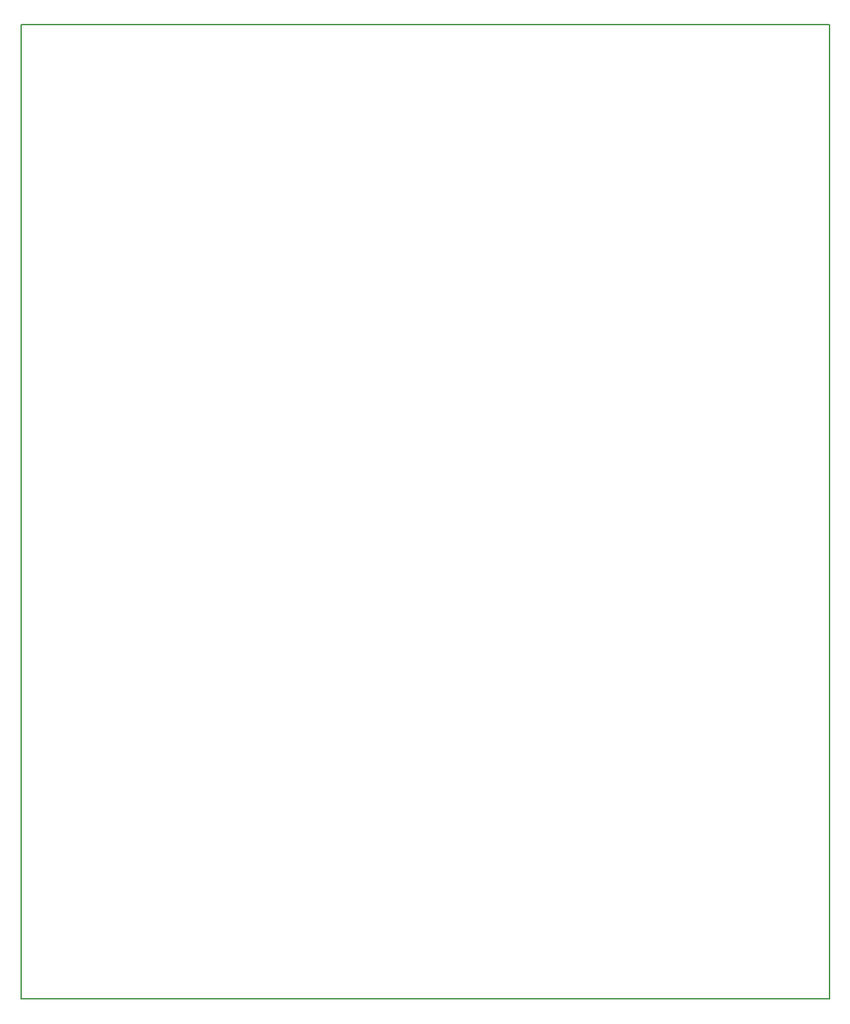
<source format=gbr>
G04 #@! TF.GenerationSoftware,KiCad,Pcbnew,5.0.2-bee76a0~70~ubuntu18.04.1*
G04 #@! TF.CreationDate,2019-04-16T21:06:36-07:00*
G04 #@! TF.ProjectId,habiv-board,68616269-762d-4626-9f61-72642e6b6963,rev?*
G04 #@! TF.SameCoordinates,Original*
G04 #@! TF.FileFunction,Profile,NP*
%FSLAX46Y46*%
G04 Gerber Fmt 4.6, Leading zero omitted, Abs format (unit mm)*
G04 Created by KiCad (PCBNEW 5.0.2-bee76a0~70~ubuntu18.04.1) date Tue 16 Apr 2019 09:06:36 PM PDT*
%MOMM*%
%LPD*%
G01*
G04 APERTURE LIST*
%ADD10C,0.150000*%
G04 APERTURE END LIST*
D10*
X81534000Y-130048000D02*
X81026000Y-130048000D01*
X181356000Y-130048000D02*
X81534000Y-130048000D01*
X181356000Y-9144000D02*
X181356000Y-130048000D01*
X81026000Y-9144000D02*
X181356000Y-9144000D01*
X81026000Y-17780000D02*
X81026000Y-9144000D01*
X81026000Y-130048000D02*
X81026000Y-17780000D01*
M02*

</source>
